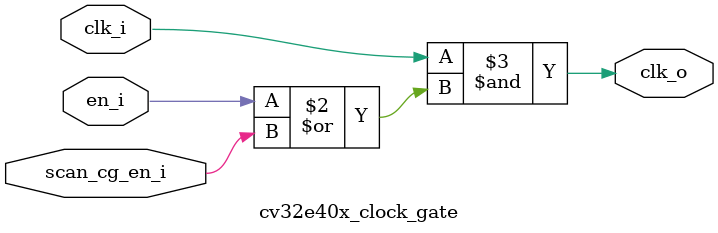
<source format=sv>


// File is based on bhv/csv32e40x_sim_clock_gate.sv.
// Below is a naive placeholder implementation added for the purposes of synthesis and
// testing on FPGA. Cyclone V specific IP may be more appropriate.

module cv32e40x_clock_gate
#(
  parameter LIB = 0
  )
(
    input  logic clk_i,
    input  logic en_i,
    input  logic scan_cg_en_i,
    output logic clk_o
  );

  always_comb
  begin
    clk_o <= clk_i & (en_i | scan_cg_en_i);  
  end

  // logic clk_en;

  // always_latch
  // begin
  //    if (clk_i == 1'b0)
  //      clk_en <= en_i | scan_cg_en_i;
  // end

  // assign clk_o = clk_i & clk_en;

endmodule // cv32e40x_clock_gate

</source>
